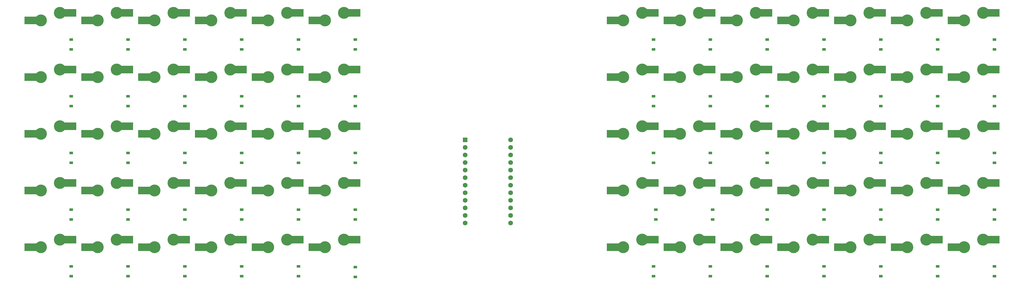
<source format=gbl>
G04 #@! TF.GenerationSoftware,KiCad,Pcbnew,(5.1.4)-1*
G04 #@! TF.CreationDate,2021-12-20T20:52:28+07:00*
G04 #@! TF.ProjectId,Eihi5x13,45696869-3578-4313-932e-6b696361645f,rev?*
G04 #@! TF.SameCoordinates,Original*
G04 #@! TF.FileFunction,Copper,L2,Bot*
G04 #@! TF.FilePolarity,Positive*
%FSLAX46Y46*%
G04 Gerber Fmt 4.6, Leading zero omitted, Abs format (unit mm)*
G04 Created by KiCad (PCBNEW (5.1.4)-1) date 2021-12-20 20:52:28*
%MOMM*%
%LPD*%
G04 APERTURE LIST*
%ADD10C,1.600000*%
%ADD11R,1.600000X1.600000*%
%ADD12C,4.000000*%
%ADD13C,0.800000*%
%ADD14R,4.500000X2.500000*%
%ADD15R,1.200000X0.900000*%
%ADD16C,0.250000*%
G04 APERTURE END LIST*
D10*
X182245000Y-101123750D03*
X182245000Y-103663750D03*
X182245000Y-106203750D03*
X182245000Y-108743750D03*
X182245000Y-111283750D03*
X182245000Y-113823750D03*
X182245000Y-116363750D03*
X182245000Y-118903750D03*
X182245000Y-121443750D03*
X182245000Y-123983750D03*
X182245000Y-126523750D03*
X182245000Y-129063750D03*
X167005000Y-129063750D03*
X167005000Y-126523750D03*
X167005000Y-123983750D03*
X167005000Y-121443750D03*
X167005000Y-118903750D03*
X167005000Y-116363750D03*
X167005000Y-113823750D03*
X167005000Y-111283750D03*
X167005000Y-108743750D03*
X167005000Y-106203750D03*
X167005000Y-103663750D03*
D11*
X167005000Y-101123750D03*
D12*
X31115000Y-134620000D03*
X24765000Y-137160000D03*
D13*
X19685000Y-136398000D03*
X36195000Y-133858000D03*
X19685000Y-137922000D03*
X36195000Y-135382000D03*
D14*
X21490000Y-137160000D03*
X34417000Y-134620000D03*
D12*
X31115000Y-115569999D03*
X24765000Y-118109999D03*
D13*
X19685000Y-117347999D03*
X36195000Y-114807999D03*
X19685000Y-118871999D03*
X36195000Y-116331999D03*
D14*
X21490000Y-118109999D03*
X34417000Y-115569999D03*
D12*
X31114999Y-96520000D03*
X24764999Y-99060000D03*
D13*
X19684999Y-98298000D03*
X36194999Y-95758000D03*
X19684999Y-99822000D03*
X36194999Y-97282000D03*
D14*
X21489999Y-99060000D03*
X34416999Y-96520000D03*
D12*
X31115000Y-77470001D03*
X24765000Y-80010001D03*
D13*
X19685000Y-79248001D03*
X36195000Y-76708001D03*
X19685000Y-80772001D03*
X36195000Y-78232001D03*
D14*
X21490000Y-80010001D03*
X34417000Y-77470001D03*
D12*
X31115000Y-58420000D03*
X24765000Y-60960000D03*
D13*
X19685000Y-60198000D03*
X36195000Y-57658000D03*
X19685000Y-61722000D03*
X36195000Y-59182000D03*
D14*
X21490000Y-60960000D03*
X34417000Y-58420000D03*
D12*
X50165000Y-134620000D03*
X43815000Y-137160000D03*
D13*
X38735000Y-136398000D03*
X55245000Y-133858000D03*
X38735000Y-137922000D03*
X55245000Y-135382000D03*
D14*
X40540000Y-137160000D03*
X53467000Y-134620000D03*
D12*
X50165000Y-115570000D03*
X43815000Y-118110000D03*
D13*
X38735000Y-117348000D03*
X55245000Y-114808000D03*
X38735000Y-118872000D03*
X55245000Y-116332000D03*
D14*
X40540000Y-118110000D03*
X53467000Y-115570000D03*
D12*
X50164999Y-96520000D03*
X43814999Y-99060000D03*
D13*
X38734999Y-98298000D03*
X55244999Y-95758000D03*
X38734999Y-99822000D03*
X55244999Y-97282000D03*
D14*
X40539999Y-99060000D03*
X53466999Y-96520000D03*
D12*
X50165000Y-77470000D03*
X43815000Y-80010000D03*
D13*
X38735000Y-79248000D03*
X55245000Y-76708000D03*
X38735000Y-80772000D03*
X55245000Y-78232000D03*
D14*
X40540000Y-80010000D03*
X53467000Y-77470000D03*
D12*
X50165000Y-58420000D03*
X43815000Y-60960000D03*
D13*
X38735000Y-60198000D03*
X55245000Y-57658000D03*
X38735000Y-61722000D03*
X55245000Y-59182000D03*
D14*
X40540000Y-60960000D03*
X53467000Y-58420000D03*
D12*
X69215000Y-134620000D03*
X62865000Y-137160000D03*
D13*
X57785000Y-136398000D03*
X74295000Y-133858000D03*
X57785000Y-137922000D03*
X74295000Y-135382000D03*
D14*
X59590000Y-137160000D03*
X72517000Y-134620000D03*
D12*
X69215000Y-115570000D03*
X62865000Y-118110000D03*
D13*
X57785000Y-117348000D03*
X74295000Y-114808000D03*
X57785000Y-118872000D03*
X74295000Y-116332000D03*
D14*
X59590000Y-118110000D03*
X72517000Y-115570000D03*
D12*
X69215000Y-96520000D03*
X62865000Y-99060000D03*
D13*
X57785000Y-98298000D03*
X74295000Y-95758000D03*
X57785000Y-99822000D03*
X74295000Y-97282000D03*
D14*
X59590000Y-99060000D03*
X72517000Y-96520000D03*
D12*
X69215000Y-77470000D03*
X62865000Y-80010000D03*
D13*
X57785000Y-79248000D03*
X74295000Y-76708000D03*
X57785000Y-80772000D03*
X74295000Y-78232000D03*
D14*
X59590000Y-80010000D03*
X72517000Y-77470000D03*
D12*
X69215000Y-58420000D03*
X62865000Y-60960000D03*
D13*
X57785000Y-60198000D03*
X74295000Y-57658000D03*
X57785000Y-61722000D03*
X74295000Y-59182000D03*
D14*
X59590000Y-60960000D03*
X72517000Y-58420000D03*
D12*
X88265000Y-134620000D03*
X81915000Y-137160000D03*
D13*
X76835000Y-136398000D03*
X93345000Y-133858000D03*
X76835000Y-137922000D03*
X93345000Y-135382000D03*
D14*
X78640000Y-137160000D03*
X91567000Y-134620000D03*
D12*
X88265000Y-115570000D03*
X81915000Y-118110000D03*
D13*
X76835000Y-117348000D03*
X93345000Y-114808000D03*
X76835000Y-118872000D03*
X93345000Y-116332000D03*
D14*
X78640000Y-118110000D03*
X91567000Y-115570000D03*
D12*
X88265000Y-96520000D03*
X81915000Y-99060000D03*
D13*
X76835000Y-98298000D03*
X93345000Y-95758000D03*
X76835000Y-99822000D03*
X93345000Y-97282000D03*
D14*
X78640000Y-99060000D03*
X91567000Y-96520000D03*
D12*
X88265000Y-77470000D03*
X81915000Y-80010000D03*
D13*
X76835000Y-79248000D03*
X93345000Y-76708000D03*
X76835000Y-80772000D03*
X93345000Y-78232000D03*
D14*
X78640000Y-80010000D03*
X91567000Y-77470000D03*
D12*
X88265000Y-58420000D03*
X81915000Y-60960000D03*
D13*
X76835000Y-60198000D03*
X93345000Y-57658000D03*
X76835000Y-61722000D03*
X93345000Y-59182000D03*
D14*
X78640000Y-60960000D03*
X91567000Y-58420000D03*
D12*
X107315000Y-134620000D03*
X100965000Y-137160000D03*
D13*
X95885000Y-136398000D03*
X112395000Y-133858000D03*
X95885000Y-137922000D03*
X112395000Y-135382000D03*
D14*
X97690000Y-137160000D03*
X110617000Y-134620000D03*
D12*
X107315000Y-115570000D03*
X100965000Y-118110000D03*
D13*
X95885000Y-117348000D03*
X112395000Y-114808000D03*
X95885000Y-118872000D03*
X112395000Y-116332000D03*
D14*
X97690000Y-118110000D03*
X110617000Y-115570000D03*
D12*
X107315000Y-96520000D03*
X100965000Y-99060000D03*
D13*
X95885000Y-98298000D03*
X112395000Y-95758000D03*
X95885000Y-99822000D03*
X112395000Y-97282000D03*
D14*
X97690000Y-99060000D03*
X110617000Y-96520000D03*
D12*
X107315000Y-77470000D03*
X100965000Y-80010000D03*
D13*
X95885000Y-79248000D03*
X112395000Y-76708000D03*
X95885000Y-80772000D03*
X112395000Y-78232000D03*
D14*
X97690000Y-80010000D03*
X110617000Y-77470000D03*
D12*
X107315000Y-58420000D03*
X100965000Y-60960000D03*
D13*
X95885000Y-60198000D03*
X112395000Y-57658000D03*
X95885000Y-61722000D03*
X112395000Y-59182000D03*
D14*
X97690000Y-60960000D03*
X110617000Y-58420000D03*
D12*
X126365000Y-134620000D03*
X120015000Y-137160000D03*
D13*
X114935000Y-136398000D03*
X131445000Y-133858000D03*
X114935000Y-137922000D03*
X131445000Y-135382000D03*
D14*
X116740000Y-137160000D03*
X129667000Y-134620000D03*
D12*
X126365000Y-115570000D03*
X120015000Y-118110000D03*
D13*
X114935000Y-117348000D03*
X131445000Y-114808000D03*
X114935000Y-118872000D03*
X131445000Y-116332000D03*
D14*
X116740000Y-118110000D03*
X129667000Y-115570000D03*
D12*
X126365000Y-96519999D03*
X120015000Y-99059999D03*
D13*
X114935000Y-98297999D03*
X131445000Y-95757999D03*
X114935000Y-99821999D03*
X131445000Y-97281999D03*
D14*
X116740000Y-99059999D03*
X129667000Y-96519999D03*
D12*
X126365000Y-77470000D03*
X120015000Y-80010000D03*
D13*
X114935000Y-79248000D03*
X131445000Y-76708000D03*
X114935000Y-80772000D03*
X131445000Y-78232000D03*
D14*
X116740000Y-80010000D03*
X129667000Y-77470000D03*
D12*
X126365000Y-58420000D03*
X120015000Y-60960000D03*
D13*
X114935000Y-60198000D03*
X131445000Y-57658000D03*
X114935000Y-61722000D03*
X131445000Y-59182000D03*
D14*
X116740000Y-60960000D03*
X129667000Y-58420000D03*
X229679500Y-134620000D03*
X216752500Y-137160000D03*
D13*
X231457500Y-135382000D03*
X214947500Y-137922000D03*
X231457500Y-133858000D03*
X214947500Y-136398000D03*
D12*
X220027500Y-137160000D03*
X226377500Y-134620000D03*
D14*
X229679500Y-115570000D03*
X216752500Y-118110000D03*
D13*
X231457500Y-116332000D03*
X214947500Y-118872000D03*
X231457500Y-114808000D03*
X214947500Y-117348000D03*
D12*
X220027500Y-118110000D03*
X226377500Y-115570000D03*
D14*
X229679500Y-96520000D03*
X216752500Y-99060000D03*
D13*
X231457500Y-97282000D03*
X214947500Y-99822000D03*
X231457500Y-95758000D03*
X214947500Y-98298000D03*
D12*
X220027500Y-99060000D03*
X226377500Y-96520000D03*
D14*
X229679500Y-77470000D03*
X216752500Y-80010000D03*
D13*
X231457500Y-78232000D03*
X214947500Y-80772000D03*
X231457500Y-76708000D03*
X214947500Y-79248000D03*
D12*
X220027500Y-80010000D03*
X226377500Y-77470000D03*
D14*
X229679500Y-58420000D03*
X216752500Y-60960000D03*
D13*
X231457500Y-59182000D03*
X214947500Y-61722000D03*
X231457500Y-57658000D03*
X214947500Y-60198000D03*
D12*
X220027500Y-60960000D03*
X226377500Y-58420000D03*
D14*
X248729500Y-134620000D03*
X235802500Y-137160000D03*
D13*
X250507500Y-135382000D03*
X233997500Y-137922000D03*
X250507500Y-133858000D03*
X233997500Y-136398000D03*
D12*
X239077500Y-137160000D03*
X245427500Y-134620000D03*
D14*
X248729500Y-115570000D03*
X235802500Y-118110000D03*
D13*
X250507500Y-116332000D03*
X233997500Y-118872000D03*
X250507500Y-114808000D03*
X233997500Y-117348000D03*
D12*
X239077500Y-118110000D03*
X245427500Y-115570000D03*
D14*
X248729500Y-96520000D03*
X235802500Y-99060000D03*
D13*
X250507500Y-97282000D03*
X233997500Y-99822000D03*
X250507500Y-95758000D03*
X233997500Y-98298000D03*
D12*
X239077500Y-99060000D03*
X245427500Y-96520000D03*
D14*
X248729500Y-77470000D03*
X235802500Y-80010000D03*
D13*
X250507500Y-78232000D03*
X233997500Y-80772000D03*
X250507500Y-76708000D03*
X233997500Y-79248000D03*
D12*
X239077500Y-80010000D03*
X245427500Y-77470000D03*
D14*
X248729500Y-58420000D03*
X235802500Y-60960000D03*
D13*
X250507500Y-59182000D03*
X233997500Y-61722000D03*
X250507500Y-57658000D03*
X233997500Y-60198000D03*
D12*
X239077500Y-60960000D03*
X245427500Y-58420000D03*
D14*
X267779500Y-134620000D03*
X254852500Y-137160000D03*
D13*
X269557500Y-135382000D03*
X253047500Y-137922000D03*
X269557500Y-133858000D03*
X253047500Y-136398000D03*
D12*
X258127500Y-137160000D03*
X264477500Y-134620000D03*
D14*
X267779500Y-115570000D03*
X254852500Y-118110000D03*
D13*
X269557500Y-116332000D03*
X253047500Y-118872000D03*
X269557500Y-114808000D03*
X253047500Y-117348000D03*
D12*
X258127500Y-118110000D03*
X264477500Y-115570000D03*
D14*
X267779500Y-96520000D03*
X254852500Y-99060000D03*
D13*
X269557500Y-97282000D03*
X253047500Y-99822000D03*
X269557500Y-95758000D03*
X253047500Y-98298000D03*
D12*
X258127500Y-99060000D03*
X264477500Y-96520000D03*
D14*
X267779500Y-77470000D03*
X254852500Y-80010000D03*
D13*
X269557500Y-78232000D03*
X253047500Y-80772000D03*
X269557500Y-76708000D03*
X253047500Y-79248000D03*
D12*
X258127500Y-80010000D03*
X264477500Y-77470000D03*
D14*
X267779500Y-58420000D03*
X254852500Y-60960000D03*
D13*
X269557500Y-59182000D03*
X253047500Y-61722000D03*
X269557500Y-57658000D03*
X253047500Y-60198000D03*
D12*
X258127500Y-60960000D03*
X264477500Y-58420000D03*
D14*
X286829500Y-134620000D03*
X273902500Y-137160000D03*
D13*
X288607500Y-135382000D03*
X272097500Y-137922000D03*
X288607500Y-133858000D03*
X272097500Y-136398000D03*
D12*
X277177500Y-137160000D03*
X283527500Y-134620000D03*
D14*
X286829500Y-115570000D03*
X273902500Y-118110000D03*
D13*
X288607500Y-116332000D03*
X272097500Y-118872000D03*
X288607500Y-114808000D03*
X272097500Y-117348000D03*
D12*
X277177500Y-118110000D03*
X283527500Y-115570000D03*
D14*
X286829500Y-96520000D03*
X273902500Y-99060000D03*
D13*
X288607500Y-97282000D03*
X272097500Y-99822000D03*
X288607500Y-95758000D03*
X272097500Y-98298000D03*
D12*
X277177500Y-99060000D03*
X283527500Y-96520000D03*
D14*
X286829500Y-77470000D03*
X273902500Y-80010000D03*
D13*
X288607500Y-78232000D03*
X272097500Y-80772000D03*
X288607500Y-76708000D03*
X272097500Y-79248000D03*
D12*
X277177500Y-80010000D03*
X283527500Y-77470000D03*
D14*
X286829500Y-58420000D03*
X273902500Y-60960000D03*
D13*
X288607500Y-59182000D03*
X272097500Y-61722000D03*
X288607500Y-57658000D03*
X272097500Y-60198000D03*
D12*
X277177500Y-60960000D03*
X283527500Y-58420000D03*
D14*
X305879500Y-134620000D03*
X292952500Y-137160000D03*
D13*
X307657500Y-135382000D03*
X291147500Y-137922000D03*
X307657500Y-133858000D03*
X291147500Y-136398000D03*
D12*
X296227500Y-137160000D03*
X302577500Y-134620000D03*
D14*
X305879500Y-115570000D03*
X292952500Y-118110000D03*
D13*
X307657500Y-116332000D03*
X291147500Y-118872000D03*
X307657500Y-114808000D03*
X291147500Y-117348000D03*
D12*
X296227500Y-118110000D03*
X302577500Y-115570000D03*
D14*
X305879500Y-96520000D03*
X292952500Y-99060000D03*
D13*
X307657500Y-97282000D03*
X291147500Y-99822000D03*
X307657500Y-95758000D03*
X291147500Y-98298000D03*
D12*
X296227500Y-99060000D03*
X302577500Y-96520000D03*
D14*
X305879500Y-77470000D03*
X292952500Y-80010000D03*
D13*
X307657500Y-78232000D03*
X291147500Y-80772000D03*
X307657500Y-76708000D03*
X291147500Y-79248000D03*
D12*
X296227500Y-80010000D03*
X302577500Y-77470000D03*
D14*
X305879500Y-58420000D03*
X292952500Y-60960000D03*
D13*
X307657500Y-59182000D03*
X291147500Y-61722000D03*
X307657500Y-57658000D03*
X291147500Y-60198000D03*
D12*
X296227500Y-60960000D03*
X302577500Y-58420000D03*
D14*
X324929500Y-134620000D03*
X312002500Y-137160000D03*
D13*
X326707500Y-135382000D03*
X310197500Y-137922000D03*
X326707500Y-133858000D03*
X310197500Y-136398000D03*
D12*
X315277500Y-137160000D03*
X321627500Y-134620000D03*
D14*
X324929500Y-115570000D03*
X312002500Y-118110000D03*
D13*
X326707500Y-116332000D03*
X310197500Y-118872000D03*
X326707500Y-114808000D03*
X310197500Y-117348000D03*
D12*
X315277500Y-118110000D03*
X321627500Y-115570000D03*
D14*
X324929500Y-96520000D03*
X312002500Y-99060000D03*
D13*
X326707500Y-97282000D03*
X310197500Y-99822000D03*
X326707500Y-95758000D03*
X310197500Y-98298000D03*
D12*
X315277500Y-99060000D03*
X321627500Y-96520000D03*
D14*
X324929500Y-77470000D03*
X312002500Y-80010000D03*
D13*
X326707500Y-78232000D03*
X310197500Y-80772000D03*
X326707500Y-76708000D03*
X310197500Y-79248000D03*
D12*
X315277500Y-80010000D03*
X321627500Y-77470000D03*
D14*
X324929500Y-58420000D03*
X312002500Y-60960000D03*
D13*
X326707500Y-59182000D03*
X310197500Y-61722000D03*
X326707500Y-57658000D03*
X310197500Y-60198000D03*
D12*
X315277500Y-60960000D03*
X321627500Y-58420000D03*
D14*
X343979500Y-134620000D03*
X331052500Y-137160000D03*
D13*
X345757500Y-135382000D03*
X329247500Y-137922000D03*
X345757500Y-133858000D03*
X329247500Y-136398000D03*
D12*
X334327500Y-137160000D03*
X340677500Y-134620000D03*
D14*
X343979500Y-115570000D03*
X331052500Y-118110000D03*
D13*
X345757500Y-116332000D03*
X329247500Y-118872000D03*
X345757500Y-114808000D03*
X329247500Y-117348000D03*
D12*
X334327500Y-118110000D03*
X340677500Y-115570000D03*
D14*
X343979500Y-96520000D03*
X331052500Y-99060000D03*
D13*
X345757500Y-97282000D03*
X329247500Y-99822000D03*
X345757500Y-95758000D03*
X329247500Y-98298000D03*
D12*
X334327500Y-99060000D03*
X340677500Y-96520000D03*
D14*
X343979500Y-77470000D03*
X331052500Y-80010000D03*
D13*
X345757500Y-78232000D03*
X329247500Y-80772000D03*
X345757500Y-76708000D03*
X329247500Y-79248000D03*
D12*
X334327500Y-80010000D03*
X340677500Y-77470000D03*
D14*
X343979500Y-58420000D03*
X331052500Y-60960000D03*
D13*
X345757500Y-59182000D03*
X329247500Y-61722000D03*
X345757500Y-57658000D03*
X329247500Y-60198000D03*
D12*
X334327500Y-60960000D03*
X340677500Y-58420000D03*
D15*
X34925000Y-146906250D03*
X34925000Y-143606250D03*
X34925000Y-127856250D03*
X34925000Y-124556250D03*
X34925000Y-108806250D03*
X34925000Y-105506250D03*
X34925000Y-89756250D03*
X34925000Y-86456250D03*
X34925000Y-70706250D03*
X34925000Y-67406250D03*
X53975000Y-146906250D03*
X53975000Y-143606250D03*
X53975000Y-127856250D03*
X53975000Y-124556250D03*
X53975000Y-108806250D03*
X53975000Y-105506250D03*
X53975000Y-89756250D03*
X53975000Y-86456250D03*
X53975000Y-70706250D03*
X53975000Y-67406250D03*
X73025000Y-146906250D03*
X73025000Y-143606250D03*
X73025000Y-127856250D03*
X73025000Y-124556250D03*
X73025000Y-108806250D03*
X73025000Y-105506250D03*
X73025000Y-89756250D03*
X73025000Y-86456250D03*
X73025000Y-70706250D03*
X73025000Y-67406250D03*
X92075000Y-146906249D03*
X92075000Y-143606249D03*
X92075000Y-127856251D03*
X92075000Y-124556251D03*
X92075000Y-108806251D03*
X92075000Y-105506251D03*
X92075000Y-89756250D03*
X92075000Y-86456250D03*
X92075000Y-70706250D03*
X92075000Y-67406250D03*
X111125000Y-146906250D03*
X111125000Y-143606250D03*
X111125000Y-127856250D03*
X111125000Y-124556250D03*
X111125000Y-108806250D03*
X111125000Y-105506250D03*
X111125000Y-89756250D03*
X111125000Y-86456250D03*
X111125000Y-70706250D03*
X111125000Y-67406250D03*
X130175000Y-147160250D03*
X130175000Y-143860250D03*
X130175000Y-127856250D03*
X130175000Y-124556250D03*
X130175000Y-108806250D03*
X130175000Y-105506250D03*
X130175000Y-89756250D03*
X130175000Y-86456250D03*
X130175000Y-70706250D03*
X130175000Y-67406250D03*
X230187500Y-143606250D03*
X230187500Y-146906250D03*
X230981250Y-124556250D03*
X230981250Y-127856250D03*
X230187500Y-105506250D03*
X230187500Y-108806250D03*
X230187500Y-86456250D03*
X230187500Y-89756250D03*
X230187500Y-67406250D03*
X230187500Y-70706250D03*
X249237500Y-143606250D03*
X249237500Y-146906250D03*
X250031250Y-124556250D03*
X250031250Y-127856250D03*
X249237500Y-105506250D03*
X249237500Y-108806250D03*
X249237500Y-86456250D03*
X249237500Y-89756250D03*
X249237500Y-67406250D03*
X249237500Y-70706250D03*
X268287500Y-143606250D03*
X268287500Y-146906250D03*
X268287500Y-124556250D03*
X268287500Y-127856250D03*
X268287500Y-105506250D03*
X268287500Y-108806250D03*
X268287500Y-86456250D03*
X268287500Y-89756250D03*
X268287500Y-67406250D03*
X268287500Y-70706250D03*
X287337500Y-143606250D03*
X287337500Y-146906250D03*
X287337500Y-124556250D03*
X287337500Y-127856250D03*
X287337500Y-105506250D03*
X287337500Y-108806250D03*
X287337500Y-86456250D03*
X287337500Y-89756250D03*
X287337500Y-67406250D03*
X287337500Y-70706250D03*
X306387500Y-143606250D03*
X306387500Y-146906250D03*
X306387500Y-124556250D03*
X306387500Y-127856250D03*
X306387500Y-105506250D03*
X306387500Y-108806250D03*
X306387500Y-86456250D03*
X306387500Y-89756250D03*
X306387500Y-67406250D03*
X306387500Y-70706250D03*
X325437500Y-143606250D03*
X325437500Y-146906250D03*
X325437500Y-124556250D03*
X325437500Y-127856250D03*
X325437500Y-105506250D03*
X325437500Y-108806250D03*
X325437500Y-86456250D03*
X325437500Y-89756250D03*
X325437500Y-67406250D03*
X325437500Y-70706250D03*
X344487500Y-143606250D03*
X344487500Y-146906250D03*
X344487500Y-124556250D03*
X344487500Y-127856250D03*
X344487500Y-105506250D03*
X344487500Y-108806250D03*
X344487500Y-86456250D03*
X344487500Y-89756250D03*
X344487500Y-67406250D03*
X344487500Y-70706250D03*
D16*
X73175000Y-67406250D02*
X73025000Y-67406250D01*
X73175000Y-86456250D02*
X73025000Y-86456250D01*
X73175000Y-105506250D02*
X73025000Y-105506250D01*
X73175000Y-124556250D02*
X73025000Y-124556250D01*
X54125000Y-67406250D02*
X53975000Y-67406251D01*
X54124999Y-86456250D02*
X53975000Y-86456251D01*
X54125000Y-105506250D02*
X53975000Y-105506250D01*
X54125000Y-124556250D02*
X53975000Y-124556250D01*
X54125000Y-143606250D02*
X53975000Y-143606250D01*
X35075000Y-67406250D02*
X34925000Y-67406250D01*
X35075000Y-86456249D02*
X34925000Y-86456250D01*
X35075000Y-105506249D02*
X34925000Y-105506250D01*
X35075000Y-124556250D02*
X34925000Y-124556250D01*
X35075000Y-143606250D02*
X34925000Y-143606250D01*
M02*

</source>
